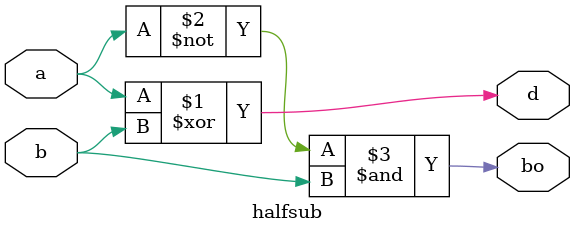
<source format=v>
module hs_tb();
reg a,b;
wire d,bo;
halfsub dut(a,b,d,bo);
initial begin 
{a,b}=2'b00;#10;
{a,b}=2'b01;#10;
{a,b}=2'b10;#10;
{a,b}=2'b11;#10;
end
initial $monitor("a=0%b b=%0b d=%0b bo=%0b",a,b,d,bo);
endmodule

module halfsub(
input a,b,
output d,bo
);
assign d=a^b;
assign bo=~a&b;
endmodule

</source>
